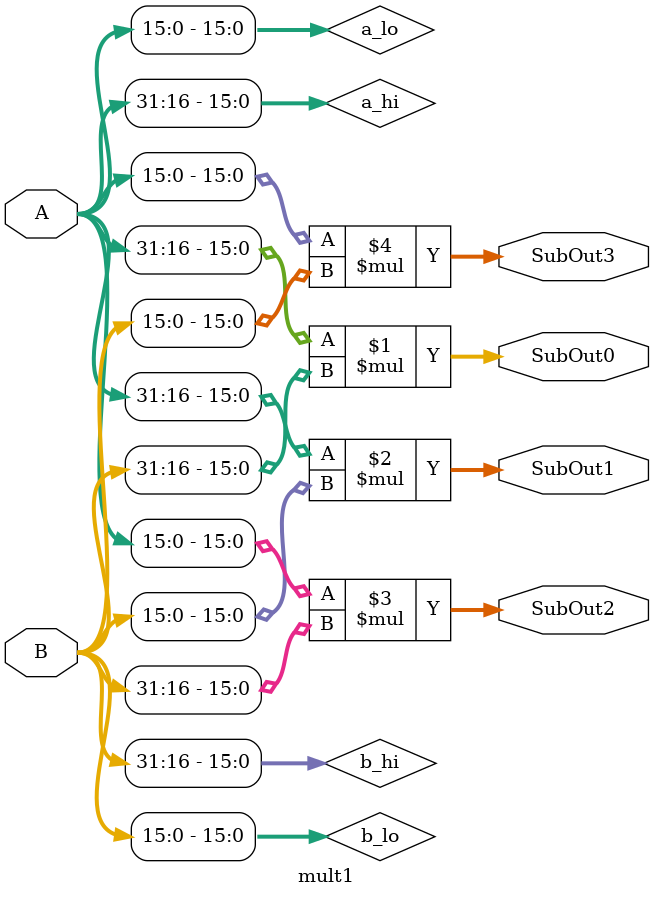
<source format=sv>
module mult1(
    input        [31:0] A      ,
                        B      ,
    output logic [31:0] SubOut0,
                        SubOut1,
                        SubOut2,
                        SubOut3
);

wire [15:0] a_hi, b_hi, a_lo, b_lo;

assign a_hi = A[31:16];
assign a_lo = A[15: 0];
assign b_hi = B[31:16];
assign b_lo = B[15: 0];

assign SubOut0 = a_hi * b_hi;
assign SubOut1 = a_hi * b_lo;
assign SubOut2 = a_lo * b_hi;
assign SubOut3 = a_lo * b_lo;

endmodule

</source>
